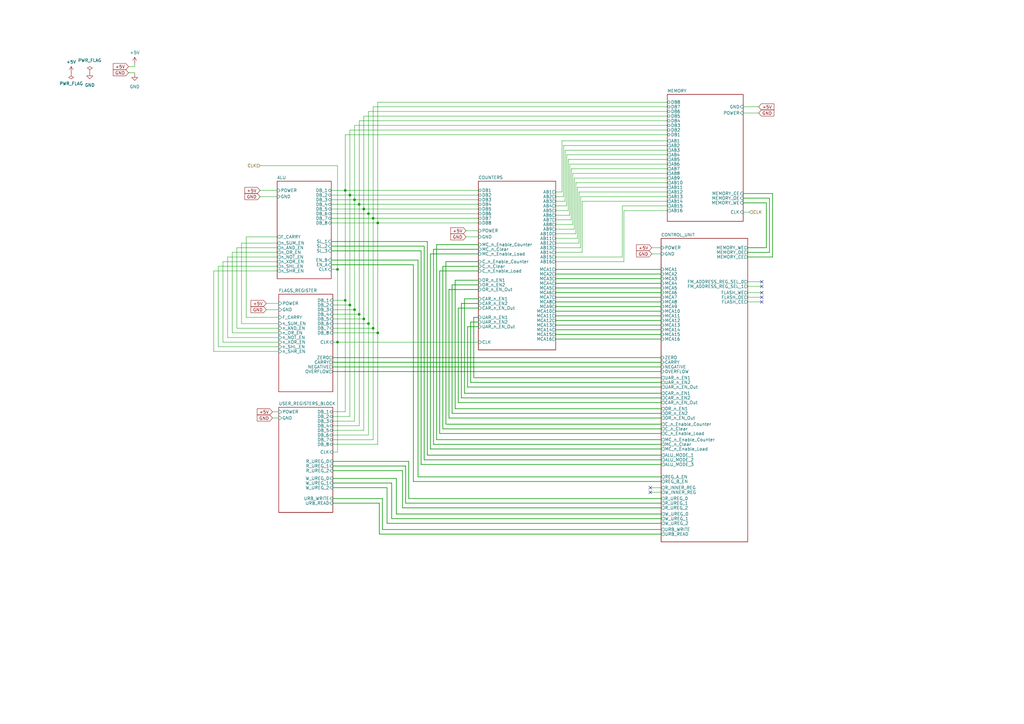
<source format=kicad_sch>
(kicad_sch (version 20230121) (generator eeschema)
  (paper "A3")
  (title_block (title "Схема электрическая \\n принципиальная \\n контроллера АСУ ") (comment 2 "Новак И.А."))
  (lib_symbols
    (symbol "power:+5V" (power) (pin_names (offset 0))
      (property "Value" "+5V" (at 0 3.556 0))
      (symbol "+5V_0_1"
        (polyline (pts (xy -0.762 1.27) (xy 0 2.54)))
        (polyline (pts (xy 0 0) (xy 0 2.54)))
        (polyline (pts (xy 0 2.54) (xy 0.762 1.27)))
      )
      (symbol "+5V_1_1"
        (pin power_in line (at 0 0 90) (length 0) hide (name "+5V") (number "1"))
      )
    )
    (symbol "power:GND" (power) (pin_names (offset 0))
      (property "Value" "GND" (at 0 -3.81 0))
      (symbol "GND_0_1"
        (polyline (pts (xy 0 0) (xy 0 -1.27) (xy 1.27 -1.27) (xy 0 -2.54) (xy -1.27 -1.27) (xy 0 -1.27)))
      )
      (symbol "GND_1_1"
        (pin power_in line (at 0 0 270) (length 0) hide (name "GND") (number "1"))
      )
    )
    (symbol "power:PWR_FLAG" (power) (pin_numbers hide) (pin_names (offset 0) hide)
      (property "Value" "PWR_FLAG" (at 0 3.81 0))
      (symbol "PWR_FLAG_0_0"
        (pin power_out line (at 0 0 90) (length 0) (name "pwr") (number "1"))
      )
      (symbol "PWR_FLAG_0_1"
        (polyline (pts (xy 0 0) (xy 0 1.27) (xy -1.016 1.905) (xy 0 2.54) (xy 1.016 1.905) (xy 0 1.27)))
      )
    )
  )
  (junction (at 154.94 91.44))
  (junction (at 141.605 78.105))
  (junction (at 143.51 80.01))
  (junction (at 147.32 83.82))
  (junction (at 138.43 140.335))
  (junction (at 143.51 125.095))
  (junction (at 149.225 130.81))
  (junction (at 154.94 136.525))
  (junction (at 147.32 128.905))
  (junction (at 145.415 127))
  (junction (at 138.43 110.49))
  (junction (at 149.225 85.725))
  (junction (at 153.035 134.62))
  (junction (at 141.605 123.19))
  (junction (at 151.13 87.63))
  (junction (at 153.035 89.535))
  (junction (at 145.415 81.915))
  (junction (at 151.13 132.715))
  (no_connect (at 312.42 120.015))
  (no_connect (at 312.42 121.92))
  (no_connect (at 266.7 201.93))
  (no_connect (at 312.42 115.57))
  (no_connect (at 266.7 200.025))
  (no_connect (at 312.42 123.825))
  (no_connect (at 312.42 117.475))
  (wire (pts (xy 136.525 150.495) (xy 271.145 150.495)) (stroke (width 0.25)))
  (wire (pts (xy 255.27 105.41) (xy 255.27 84.455)))
  (wire (pts (xy 145.415 51.435) (xy 145.415 81.915)))
  (wire (pts (xy 273.685 51.435) (xy 145.415 51.435)))
  (wire (pts (xy 149.225 85.725) (xy 135.89 85.725)))
  (wire (pts (xy 185.42 169.545) (xy 271.145 169.545)) (stroke (width 0.25)))
  (wire (pts (xy 171.45 195.58) (xy 171.45 106.68)) (stroke (width 0.25)))
  (wire (pts (xy 151.13 87.63) (xy 135.89 87.63)))
  (wire (pts (xy 135.89 78.105) (xy 141.605 78.105)))
  (wire (pts (xy 255.27 84.455) (xy 273.685 84.455)))
  (wire (pts (xy 145.415 81.915) (xy 196.215 81.915)))
  (wire (pts (xy 114.3 136.525) (xy 95.25 136.525)))
  (wire (pts (xy 227.965 103.505) (xy 238.76 103.505)))
  (wire (pts (xy 304.8 83.185) (xy 314.325 83.185)) (stroke (width 0.25)))
  (wire (pts (xy 149.225 47.625) (xy 149.225 85.725)))
  (wire (pts (xy 169.545 108.585) (xy 135.89 108.585)) (stroke (width 0.25)))
  (wire (pts (xy 231.775 82.55) (xy 231.775 61.595)))
  (wire (pts (xy 306.705 117.475) (xy 312.42 117.475)))
  (wire (pts (xy 141.605 78.105) (xy 196.215 78.105)))
  (wire (pts (xy 273.685 49.53) (xy 147.32 49.53)))
  (wire (pts (xy 138.43 140.335) (xy 138.43 110.49)))
  (wire (pts (xy 136.525 180.34) (xy 153.035 180.34)))
  (wire (pts (xy 143.51 80.01) (xy 135.89 80.01)))
  (wire (pts (xy 230.505 78.74) (xy 230.505 57.785)))
  (wire (pts (xy 231.14 80.645) (xy 231.14 59.69)))
  (wire (pts (xy 180.34 111.125) (xy 196.215 111.125)) (stroke (width 0.25)))
  (wire (pts (xy 182.88 107.315) (xy 196.215 107.315)) (stroke (width 0.25)))
  (wire (pts (xy 136.525 125.095) (xy 143.51 125.095)))
  (wire (pts (xy 231.14 59.69) (xy 273.685 59.69)))
  (wire (pts (xy 227.965 125.73) (xy 271.145 125.73)) (stroke (width 0.25)))
  (wire (pts (xy 138.43 140.335) (xy 196.215 140.335)))
  (wire (pts (xy 234.315 69.215) (xy 273.685 69.215)))
  (wire (pts (xy 145.415 172.72) (xy 145.415 127)))
  (wire (pts (xy 231.775 61.595) (xy 273.685 61.595)))
  (wire (pts (xy 191.135 97.155) (xy 196.215 97.155)))
  (wire (pts (xy 233.045 65.405) (xy 273.685 65.405)))
  (wire (pts (xy 99.06 132.715) (xy 99.06 99.695)))
  (wire (pts (xy 151.13 132.715) (xy 151.13 87.63)))
  (wire (pts (xy 136.525 168.91) (xy 141.605 168.91)))
  (wire (pts (xy 156.845 204.47) (xy 156.845 217.17)) (stroke (width 0.25)))
  (wire (pts (xy 147.32 49.53) (xy 147.32 83.82)))
  (wire (pts (xy 95.25 136.525) (xy 95.25 103.505)))
  (wire (pts (xy 165.1 208.28) (xy 271.145 208.28)) (stroke (width 0.25)))
  (wire (pts (xy 236.22 95.885) (xy 236.22 74.93)))
  (wire (pts (xy 184.15 171.45) (xy 184.15 118.745)) (stroke (width 0.25)))
  (wire (pts (xy 91.44 107.315) (xy 113.665 107.315)))
  (wire (pts (xy 93.345 138.43) (xy 93.345 105.41)))
  (wire (pts (xy 179.07 100.33) (xy 196.215 100.33)) (stroke (width 0.25)))
  (wire (pts (xy 145.415 127) (xy 145.415 81.915)))
  (wire (pts (xy 173.99 100.965) (xy 135.89 100.965)) (stroke (width 0.25)))
  (wire (pts (xy 167.64 204.47) (xy 271.145 204.47)) (stroke (width 0.25)))
  (wire (pts (xy 306.705 105.41) (xy 316.865 105.41)) (stroke (width 0.25)))
  (wire (pts (xy 154.94 136.525) (xy 154.94 91.44)))
  (wire (pts (xy 234.95 71.12) (xy 273.685 71.12)))
  (wire (pts (xy 227.965 129.54) (xy 271.145 129.54)) (stroke (width 0.25)))
  (wire (pts (xy 166.37 191.135) (xy 136.525 191.135)) (stroke (width 0.25)))
  (wire (pts (xy 306.705 101.6) (xy 314.325 101.6)) (stroke (width 0.25)))
  (wire (pts (xy 153.035 89.535) (xy 196.215 89.535)))
  (wire (pts (xy 151.13 178.435) (xy 151.13 132.715)))
  (wire (pts (xy 171.45 195.58) (xy 271.145 195.58)) (stroke (width 0.25)))
  (wire (pts (xy 266.7 200.025) (xy 271.145 200.025)))
  (wire (pts (xy 154.94 41.91) (xy 154.94 91.44)))
  (wire (pts (xy 99.06 99.695) (xy 113.665 99.695)))
  (wire (pts (xy 136.525 185.42) (xy 138.43 185.42)))
  (wire (pts (xy 227.965 123.825) (xy 271.145 123.825)) (stroke (width 0.25)))
  (wire (pts (xy 177.8 102.235) (xy 196.215 102.235)) (stroke (width 0.25)))
  (wire (pts (xy 136.525 123.19) (xy 141.605 123.19)))
  (wire (pts (xy 165.1 208.28) (xy 165.1 193.04)) (stroke (width 0.25)))
  (wire (pts (xy 315.595 103.505) (xy 315.595 81.28)) (stroke (width 0.25)))
  (wire (pts (xy 233.045 86.36) (xy 233.045 65.405)))
  (wire (pts (xy 235.585 93.98) (xy 235.585 73.025)))
  (wire (pts (xy 227.965 99.695) (xy 237.49 99.695)))
  (wire (pts (xy 87.63 144.145) (xy 87.63 111.125)))
  (wire (pts (xy 176.53 184.15) (xy 176.53 104.14)) (stroke (width 0.25)))
  (wire (pts (xy 106.68 78.105) (xy 113.665 78.105)))
  (wire (pts (xy 55.245 29.845) (xy 52.705 29.845)))
  (wire (pts (xy 156.845 204.47) (xy 136.525 204.47)) (stroke (width 0.25)))
  (wire (pts (xy 227.965 86.36) (xy 233.045 86.36)))
  (wire (pts (xy 227.965 80.645) (xy 231.14 80.645)))
  (wire (pts (xy 227.965 78.74) (xy 230.505 78.74)))
  (wire (pts (xy 160.655 212.725) (xy 271.145 212.725)) (stroke (width 0.25)))
  (wire (pts (xy 149.225 130.81) (xy 149.225 85.725)))
  (wire (pts (xy 169.545 197.485) (xy 169.545 108.585)) (stroke (width 0.25)))
  (wire (pts (xy 187.96 165.1) (xy 187.96 126.365)) (stroke (width 0.25)))
  (wire (pts (xy 273.685 47.625) (xy 149.225 47.625)))
  (wire (pts (xy 155.575 219.075) (xy 271.145 219.075)) (stroke (width 0.25)))
  (wire (pts (xy 232.41 84.455) (xy 232.41 63.5)))
  (wire (pts (xy 154.94 91.44) (xy 196.215 91.44)))
  (wire (pts (xy 114.3 138.43) (xy 93.345 138.43)))
  (wire (pts (xy 136.525 146.685) (xy 271.145 146.685)) (stroke (width 0.25)))
  (wire (pts (xy 306.705 115.57) (xy 312.42 115.57)))
  (wire (pts (xy 227.965 97.79) (xy 236.855 97.79)))
  (wire (pts (xy 267.335 101.6) (xy 271.145 101.6)))
  (wire (pts (xy 316.865 79.375) (xy 304.8 79.375)) (stroke (width 0.25)))
  (wire (pts (xy 235.585 73.025) (xy 273.685 73.025)))
  (wire (pts (xy 227.965 135.255) (xy 271.145 135.255)) (stroke (width 0.25)))
  (wire (pts (xy 267.335 104.14) (xy 271.145 104.14)))
  (wire (pts (xy 100.965 130.175) (xy 100.965 97.155)))
  (wire (pts (xy 227.965 105.41) (xy 255.27 105.41)))
  (wire (pts (xy 227.965 107.315) (xy 255.905 107.315)))
  (wire (pts (xy 227.965 84.455) (xy 232.41 84.455)))
  (wire (pts (xy 266.7 201.93) (xy 271.145 201.93)))
  (wire (pts (xy 234.95 92.075) (xy 234.95 71.12)))
  (wire (pts (xy 227.965 121.92) (xy 271.145 121.92)) (stroke (width 0.25)))
  (wire (pts (xy 186.69 167.64) (xy 271.145 167.64)) (stroke (width 0.25)))
  (wire (pts (xy 179.07 180.34) (xy 271.145 180.34)) (stroke (width 0.25)))
  (wire (pts (xy 193.04 156.845) (xy 271.145 156.845)) (stroke (width 0.25)))
  (wire (pts (xy 136.525 134.62) (xy 153.035 134.62)))
  (wire (pts (xy 136.525 170.815) (xy 143.51 170.815)))
  (wire (pts (xy 136.525 140.335) (xy 138.43 140.335)))
  (wire (pts (xy 187.96 165.1) (xy 271.145 165.1)) (stroke (width 0.25)))
  (wire (pts (xy 138.43 110.49) (xy 135.89 110.49)))
  (wire (pts (xy 147.32 174.625) (xy 147.32 128.905)))
  (wire (pts (xy 189.23 124.46) (xy 196.215 124.46)) (stroke (width 0.25)))
  (wire (pts (xy 191.77 158.75) (xy 191.77 133.985)) (stroke (width 0.25)))
  (wire (pts (xy 227.965 110.49) (xy 271.145 110.49)) (stroke (width 0.25)))
  (wire (pts (xy 167.64 204.47) (xy 167.64 189.23)) (stroke (width 0.25)))
  (wire (pts (xy 173.99 188.595) (xy 271.145 188.595)) (stroke (width 0.25)))
  (wire (pts (xy 233.68 67.31) (xy 273.685 67.31)))
  (wire (pts (xy 135.89 83.82) (xy 147.32 83.82)))
  (wire (pts (xy 154.94 182.245) (xy 154.94 136.525)))
  (wire (pts (xy 138.43 185.42) (xy 138.43 140.335)))
  (wire (pts (xy 181.61 175.895) (xy 181.61 109.22)) (stroke (width 0.25)))
  (wire (pts (xy 193.04 132.08) (xy 196.215 132.08)) (stroke (width 0.25)))
  (wire (pts (xy 114.3 130.175) (xy 100.965 130.175)))
  (wire (pts (xy 227.965 90.17) (xy 234.315 90.17)))
  (wire (pts (xy 273.685 45.72) (xy 151.13 45.72)))
  (wire (pts (xy 233.68 88.265) (xy 233.68 67.31)))
  (wire (pts (xy 149.225 176.53) (xy 149.225 130.81)))
  (wire (pts (xy 227.965 139.065) (xy 271.145 139.065)) (stroke (width 0.25)))
  (wire (pts (xy 273.685 53.34) (xy 143.51 53.34)))
  (wire (pts (xy 236.22 74.93) (xy 273.685 74.93)))
  (wire (pts (xy 172.72 190.5) (xy 271.145 190.5)) (stroke (width 0.25)))
  (wire (pts (xy 162.56 210.82) (xy 162.56 196.215)) (stroke (width 0.25)))
  (wire (pts (xy 227.965 133.35) (xy 271.145 133.35)) (stroke (width 0.25)))
  (wire (pts (xy 158.75 214.63) (xy 158.75 200.025)) (stroke (width 0.25)))
  (wire (pts (xy 193.04 156.845) (xy 193.04 132.08)) (stroke (width 0.25)))
  (wire (pts (xy 175.26 186.69) (xy 175.26 99.06)) (stroke (width 0.25)))
  (wire (pts (xy 109.22 127) (xy 114.3 127)))
  (wire (pts (xy 114.3 142.24) (xy 89.535 142.24)))
  (wire (pts (xy 255.905 86.36) (xy 273.685 86.36)))
  (wire (pts (xy 179.07 180.34) (xy 179.07 100.33)) (stroke (width 0.25)))
  (wire (pts (xy 255.905 107.315) (xy 255.905 86.36)))
  (wire (pts (xy 172.72 190.5) (xy 172.72 102.87)) (stroke (width 0.25)))
  (wire (pts (xy 184.15 171.45) (xy 271.145 171.45)) (stroke (width 0.25)))
  (wire (pts (xy 273.685 55.245) (xy 141.605 55.245)))
  (wire (pts (xy 97.155 101.6) (xy 113.665 101.6)))
  (wire (pts (xy 106.68 67.945) (xy 138.43 67.945)))
  (wire (pts (xy 316.865 105.41) (xy 316.865 79.375)) (stroke (width 0.25)))
  (wire (pts (xy 166.37 206.375) (xy 271.145 206.375)) (stroke (width 0.25)))
  (wire (pts (xy 153.035 89.535) (xy 153.035 134.62)))
  (wire (pts (xy 114.3 140.335) (xy 91.44 140.335)))
  (wire (pts (xy 147.32 83.82) (xy 196.215 83.82)))
  (wire (pts (xy 185.42 116.84) (xy 196.215 116.84)) (stroke (width 0.25)))
  (wire (pts (xy 136.525 130.81) (xy 149.225 130.81)))
  (wire (pts (xy 189.23 163.195) (xy 189.23 124.46)) (stroke (width 0.25)))
  (wire (pts (xy 160.655 212.725) (xy 160.655 198.12)) (stroke (width 0.25)))
  (wire (pts (xy 227.965 127.635) (xy 271.145 127.635)) (stroke (width 0.25)))
  (wire (pts (xy 55.245 26.035) (xy 55.245 27.305)))
  (wire (pts (xy 149.225 85.725) (xy 196.215 85.725)))
  (wire (pts (xy 306.705 121.92) (xy 312.42 121.92)))
  (wire (pts (xy 177.8 182.245) (xy 271.145 182.245)) (stroke (width 0.25)))
  (wire (pts (xy 271.145 154.94) (xy 194.31 154.94)) (stroke (width 0.25)))
  (wire (pts (xy 136.525 136.525) (xy 154.94 136.525)))
  (wire (pts (xy 180.34 177.8) (xy 271.145 177.8)) (stroke (width 0.25)))
  (wire (pts (xy 136.525 176.53) (xy 149.225 176.53)))
  (wire (pts (xy 187.96 126.365) (xy 196.215 126.365)) (stroke (width 0.25)))
  (wire (pts (xy 143.51 125.095) (xy 143.51 80.01)))
  (wire (pts (xy 175.26 186.69) (xy 271.145 186.69)) (stroke (width 0.25)))
  (wire (pts (xy 177.8 182.245) (xy 177.8 102.235)) (stroke (width 0.25)))
  (wire (pts (xy 155.575 219.075) (xy 155.575 206.375)) (stroke (width 0.25)))
  (wire (pts (xy 190.5 122.555) (xy 196.215 122.555)) (stroke (width 0.25)))
  (wire (pts (xy 172.72 102.87) (xy 135.89 102.87)) (stroke (width 0.25)))
  (wire (pts (xy 180.34 177.8) (xy 180.34 111.125)) (stroke (width 0.25)))
  (wire (pts (xy 176.53 184.15) (xy 271.145 184.15)) (stroke (width 0.25)))
  (wire (pts (xy 227.965 92.075) (xy 234.95 92.075)))
  (wire (pts (xy 158.75 214.63) (xy 271.145 214.63)) (stroke (width 0.25)))
  (wire (pts (xy 227.965 131.445) (xy 271.145 131.445)) (stroke (width 0.25)))
  (wire (pts (xy 151.13 87.63) (xy 196.215 87.63)))
  (wire (pts (xy 153.035 180.34) (xy 153.035 134.62)))
  (wire (pts (xy 186.69 167.64) (xy 186.69 114.935)) (stroke (width 0.25)))
  (wire (pts (xy 238.125 101.6) (xy 238.125 80.645)))
  (wire (pts (xy 89.535 109.22) (xy 113.665 109.22)))
  (wire (pts (xy 151.13 45.72) (xy 151.13 87.63)))
  (wire (pts (xy 184.15 118.745) (xy 196.215 118.745)) (stroke (width 0.25)))
  (wire (pts (xy 230.505 57.785) (xy 273.685 57.785)))
  (wire (pts (xy 237.49 78.74) (xy 273.685 78.74)))
  (wire (pts (xy 182.88 173.99) (xy 182.88 107.315)) (stroke (width 0.25)))
  (wire (pts (xy 234.315 90.17) (xy 234.315 69.215)))
  (wire (pts (xy 314.325 101.6) (xy 314.325 83.185)) (stroke (width 0.25)))
  (wire (pts (xy 227.965 88.265) (xy 233.68 88.265)))
  (wire (pts (xy 55.245 30.48) (xy 55.245 29.845)))
  (wire (pts (xy 153.035 89.535) (xy 135.89 89.535)))
  (wire (pts (xy 227.965 93.98) (xy 235.585 93.98)))
  (wire (pts (xy 136.525 172.72) (xy 145.415 172.72)))
  (wire (pts (xy 100.965 97.155) (xy 113.665 97.155)))
  (wire (pts (xy 227.965 118.11) (xy 271.145 118.11)) (stroke (width 0.25)))
  (wire (pts (xy 273.685 43.815) (xy 153.035 43.815)))
  (wire (pts (xy 147.32 128.905) (xy 147.32 83.82)))
  (wire (pts (xy 91.44 140.335) (xy 91.44 107.315)))
  (wire (pts (xy 173.99 188.595) (xy 173.99 100.965)) (stroke (width 0.25)))
  (wire (pts (xy 136.525 152.4) (xy 271.145 152.4)) (stroke (width 0.25)))
  (wire (pts (xy 136.525 127) (xy 145.415 127)))
  (wire (pts (xy 143.51 80.01) (xy 196.215 80.01)))
  (wire (pts (xy 97.155 134.62) (xy 97.155 101.6)))
  (wire (pts (xy 143.51 53.34) (xy 143.51 80.01)))
  (wire (pts (xy 138.43 110.49) (xy 138.43 67.945)))
  (wire (pts (xy 136.525 174.625) (xy 147.32 174.625)))
  (wire (pts (xy 109.22 124.46) (xy 114.3 124.46)))
  (wire (pts (xy 136.525 128.905) (xy 147.32 128.905)))
  (wire (pts (xy 190.5 161.29) (xy 271.145 161.29)) (stroke (width 0.25)))
  (wire (pts (xy 237.49 99.695) (xy 237.49 78.74)))
  (wire (pts (xy 236.855 97.79) (xy 236.855 76.835)))
  (wire (pts (xy 158.75 200.025) (xy 136.525 200.025)) (stroke (width 0.25)))
  (wire (pts (xy 191.135 94.615) (xy 196.215 94.615)))
  (wire (pts (xy 167.64 189.23) (xy 136.525 189.23)) (stroke (width 0.25)))
  (wire (pts (xy 191.77 158.75) (xy 271.145 158.75)) (stroke (width 0.25)))
  (wire (pts (xy 165.1 193.04) (xy 136.525 193.04)) (stroke (width 0.25)))
  (wire (pts (xy 191.77 133.985) (xy 196.215 133.985)) (stroke (width 0.25)))
  (wire (pts (xy 87.63 111.125) (xy 113.665 111.125)))
  (wire (pts (xy 111.76 171.45) (xy 114.3 171.45)))
  (wire (pts (xy 238.125 80.645) (xy 273.685 80.645)))
  (wire (pts (xy 236.855 76.835) (xy 273.685 76.835)))
  (wire (pts (xy 227.965 101.6) (xy 238.125 101.6)))
  (wire (pts (xy 176.53 104.14) (xy 196.215 104.14)) (stroke (width 0.25)))
  (wire (pts (xy 114.3 132.715) (xy 99.06 132.715)))
  (wire (pts (xy 181.61 175.895) (xy 271.145 175.895)) (stroke (width 0.25)))
  (wire (pts (xy 306.705 120.015) (xy 312.42 120.015)))
  (wire (pts (xy 227.965 116.205) (xy 271.145 116.205)) (stroke (width 0.25)))
  (wire (pts (xy 304.8 86.995) (xy 307.34 86.995)))
  (wire (pts (xy 227.965 112.395) (xy 271.145 112.395)) (stroke (width 0.25)))
  (wire (pts (xy 136.525 148.59) (xy 271.145 148.59)) (stroke (width 0.25)))
  (wire (pts (xy 162.56 196.215) (xy 136.525 196.215)) (stroke (width 0.25)))
  (wire (pts (xy 306.705 123.825) (xy 312.42 123.825)))
  (wire (pts (xy 141.605 123.19) (xy 141.605 168.91)))
  (wire (pts (xy 304.8 46.355) (xy 311.15 46.355)))
  (wire (pts (xy 155.575 206.375) (xy 136.525 206.375)) (stroke (width 0.25)))
  (wire (pts (xy 238.76 82.55) (xy 273.685 82.55)))
  (wire (pts (xy 153.035 43.815) (xy 153.035 89.535)))
  (wire (pts (xy 89.535 142.24) (xy 89.535 109.22)))
  (wire (pts (xy 154.94 91.44) (xy 135.89 91.44)))
  (wire (pts (xy 114.3 144.145) (xy 87.63 144.145)))
  (wire (pts (xy 181.61 109.22) (xy 196.215 109.22)) (stroke (width 0.25)))
  (wire (pts (xy 232.41 63.5) (xy 273.685 63.5)))
  (wire (pts (xy 182.88 173.99) (xy 271.145 173.99)) (stroke (width 0.25)))
  (wire (pts (xy 315.595 81.28) (xy 304.8 81.28)) (stroke (width 0.25)))
  (wire (pts (xy 145.415 81.915) (xy 135.89 81.915)))
  (wire (pts (xy 194.31 154.94) (xy 194.31 130.175)) (stroke (width 0.25)))
  (wire (pts (xy 166.37 206.375) (xy 166.37 191.135)) (stroke (width 0.25)))
  (wire (pts (xy 227.965 82.55) (xy 231.775 82.55)))
  (wire (pts (xy 143.51 170.815) (xy 143.51 125.095)))
  (wire (pts (xy 169.545 197.485) (xy 271.145 197.485)) (stroke (width 0.25)))
  (wire (pts (xy 190.5 161.29) (xy 190.5 122.555)) (stroke (width 0.25)))
  (wire (pts (xy 114.3 134.62) (xy 97.155 134.62)))
  (wire (pts (xy 227.965 95.885) (xy 236.22 95.885)))
  (wire (pts (xy 227.965 137.16) (xy 271.145 137.16)) (stroke (width 0.25)))
  (wire (pts (xy 141.605 78.105) (xy 141.605 123.19)))
  (wire (pts (xy 186.69 114.935) (xy 196.215 114.935)) (stroke (width 0.25)))
  (wire (pts (xy 189.23 163.195) (xy 271.145 163.195)) (stroke (width 0.25)))
  (wire (pts (xy 141.605 55.245) (xy 141.605 78.105)))
  (wire (pts (xy 136.525 182.245) (xy 154.94 182.245)))
  (wire (pts (xy 227.965 114.3) (xy 271.145 114.3)) (stroke (width 0.25)))
  (wire (pts (xy 227.965 120.015) (xy 271.145 120.015)) (stroke (width 0.25)))
  (wire (pts (xy 273.685 41.91) (xy 154.94 41.91)))
  (wire (pts (xy 52.705 27.305) (xy 55.245 27.305)))
  (wire (pts (xy 175.26 99.06) (xy 135.89 99.06)) (stroke (width 0.25)))
  (wire (pts (xy 306.705 103.505) (xy 315.595 103.505)) (stroke (width 0.25)))
  (wire (pts (xy 111.76 168.91) (xy 114.3 168.91)))
  (wire (pts (xy 156.845 217.17) (xy 271.145 217.17)) (stroke (width 0.25)))
  (wire (pts (xy 238.76 103.505) (xy 238.76 82.55)))
  (wire (pts (xy 106.68 80.645) (xy 113.665 80.645)))
  (wire (pts (xy 194.31 130.175) (xy 196.215 130.175)) (stroke (width 0.25)))
  (wire (pts (xy 185.42 169.545) (xy 185.42 116.84)) (stroke (width 0.25)))
  (wire (pts (xy 93.345 105.41) (xy 113.665 105.41)))
  (wire (pts (xy 136.525 178.435) (xy 151.13 178.435)))
  (wire (pts (xy 160.655 198.12) (xy 136.525 198.12)) (stroke (width 0.25)))
  (wire (pts (xy 171.45 106.68) (xy 135.89 106.68)) (stroke (width 0.25)))
  (wire (pts (xy 304.8 43.815) (xy 311.15 43.815)))
  (wire (pts (xy 162.56 210.82) (xy 271.145 210.82)) (stroke (width 0.25)))
  (wire (pts (xy 95.25 103.505) (xy 113.665 103.505)))
  (wire (pts (xy 136.525 132.715) (xy 151.13 132.715)))
  (global_label "GND" (shape input) (at 111.76 171.45 180) (property "Intersheetrefs" "${INTERSHEET_REFS}" (effects hide)))
  (global_label "+5V" (shape input) (at 106.68 78.105 180) (property "Intersheetrefs" "${INTERSHEET_REFS}" (effects hide)))
  (global_label "+5V" (shape input) (at 111.76 168.91 180) (property "Intersheetrefs" "${INTERSHEET_REFS}" (effects hide)))
  (global_label "+5V" (shape input) (at 52.705 27.305 180) (property "Intersheetrefs" "${INTERSHEET_REFS}" (effects hide)))
  (global_label "GND" (shape input) (at 52.705 29.845 180) (property "Intersheetrefs" "${INTERSHEET_REFS}" (effects hide)))
  (global_label "GND" (shape input) (at 109.22 127 180) (property "Intersheetrefs" "${INTERSHEET_REFS}" (effects hide)))
  (global_label "+5V" (shape input) (at 267.335 101.6 180) (property "Intersheetrefs" "${INTERSHEET_REFS}" (effects hide)))
  (global_label "GND" (shape input) (at 106.68 80.645 180) (property "Intersheetrefs" "${INTERSHEET_REFS}" (effects hide)))
  (global_label "GND" (shape input) (at 311.15 46.355 0) (property "Intersheetrefs" "${INTERSHEET_REFS}" (effects hide)))
  (global_label "+5V" (shape input) (at 191.135 94.615 180) (property "Intersheetrefs" "${INTERSHEET_REFS}" (effects hide)))
  (global_label "+5V" (shape input) (at 311.15 43.815 0) (property "Intersheetrefs" "${INTERSHEET_REFS}" (effects hide)))
  (global_label "+5V" (shape input) (at 109.22 124.46 180) (property "Intersheetrefs" "${INTERSHEET_REFS}" (effects hide)))
  (global_label "GND" (shape input) (at 191.135 97.155 180) (property "Intersheetrefs" "${INTERSHEET_REFS}" (effects hide)))
  (global_label "GND" (shape input) (at 267.335 104.14 180) (property "Intersheetrefs" "${INTERSHEET_REFS}" (effects hide)))
  (hierarchical_label "CLK" (shape input) (at 106.68 67.945 180))
  (hierarchical_label "CLK" (shape input) (at 307.34 86.995 0))
  (symbol (lib_id "power:+5V") (at 29.21 29.845 0) (unit 1)
    (property "Reference" "#PWR01" (effects hide))
    (property "Value" "+5V" (at 29.21 25.4 0))
  )
  (symbol (lib_id "power:+5V") (at 55.245 26.035 0) (unit 1)
    (property "Reference" "#PWR05" (effects hide))
    (property "Value" "+5V" (at 55.245 21.59 0))
  )
  (symbol (lib_id "power:GND") (at 36.83 29.845 0) (unit 1)
    (property "Reference" "#PWR02" (effects hide))
    (property "Value" "GND" (at 36.83 34.925 0))
  )
  (symbol (lib_id "power:GND") (at 55.245 30.48 0) (unit 1)
    (property "Reference" "#PWR06" (effects hide))
    (property "Value" "GND" (at 55.245 35.56 0))
  )
  (symbol (lib_id "power:PWR_FLAG") (at 29.21 29.845 180) (unit 1)
    (property "Reference" "#FLG02" (effects hide))
    (property "Value" "PWR_FLAG" (at 29.21 34.29 0))
  )
  (symbol (lib_id "power:PWR_FLAG") (at 36.83 29.845 0) (unit 1)
    (property "Reference" "#FLG01" (effects hide))
    (property "Value" "PWR_FLAG" (at 36.83 24.765 0))
  )
  (sheet (at 271.145 97.79) (size 35.56 124.46) (stroke (width 0.1524))
    (property "Sheetname" "CONTROL_UNIT" (at 271.145 97.0784 0) (effects (justify left bottom)))
    (property "Sheetfile" "control_unit.kicad_sch" (effects hide))
    (pin "CAR_n_EN1" output (at 271.145 161.29 180))
    (pin "CAR_n_EN2" output (at 271.145 163.195 180))
    (pin "MC_n_Clear" output (at 271.145 182.245 180))
    (pin "MC_n_Enable_Counter" output (at 271.145 180.34 180))
    (pin "CAR_n_EN_Out" output (at 271.145 165.1 180))
    (pin "W_UREG_0" output (at 271.145 210.82 180))
    (pin "MC_n_Enable_Load" output (at 271.145 184.15 180))
    (pin "C_n_Clear" output (at 271.145 175.895 180))
    (pin "C_n_Enable_Load" output (at 271.145 177.8 180))
    (pin "C_n_Enable_Counter" output (at 271.145 173.99 180))
    (pin "MEMORY_WE" output (at 306.705 101.6 0))
    (pin "R_INNER_REG" output (at 271.145 200.025 180))
    (pin "W_INNER_REG" output (at 271.145 201.93 180))
    (pin "URB_WRITE" output (at 271.145 217.17 180))
    (pin "MEMORY_OE" output (at 306.705 103.505 0))
    (pin "W_UREG_2" output (at 271.145 214.63 180))
    (pin "R_UREG_2" output (at 271.145 208.28 180))
    (pin "R_UREG_0" output (at 271.145 204.47 180))
    (pin "R_UREG_1" output (at 271.145 206.375 180))
    (pin "URB_READ" output (at 271.145 219.075 180))
    (pin "W_UREG_1" output (at 271.145 212.725 180))
    (pin "ALU_MODE_2" output (at 271.145 188.595 180))
    (pin "FM_ADDRESS_REG_SEL_0" output (at 306.705 115.57 0))
    (pin "REG_B_EN" output (at 271.145 197.485 180))
    (pin "FM_ADDRESS_REG_SEL_1" output (at 306.705 117.475 0))
    (pin "ALU_MODE_1" output (at 271.145 186.69 180))
    (pin "REG_A_EN" output (at 271.145 195.58 180))
    (pin "ALU_MODE_3" output (at 271.145 190.5 180))
    (pin "FLASH_OE" output (at 306.705 121.92 0))
    (pin "MEMORY_CE" output (at 306.705 105.41 0))
    (pin "FLASH_CE" output (at 306.705 123.825 0))
    (pin "FLASH_WE" output (at 306.705 120.015 0))
    (pin "MCA7" input (at 271.145 121.92 180))
    (pin "MCA9" input (at 271.145 125.73 180))
    (pin "MCA6" input (at 271.145 120.015 180))
    (pin "MCA8" input (at 271.145 123.825 180))
    (pin "MCA5" input (at 271.145 118.11 180))
    (pin "MCA2" input (at 271.145 112.395 180))
    (pin "MCA1" input (at 271.145 110.49 180))
    (pin "POWER" input (at 271.145 101.6 180))
    (pin "MCA4" input (at 271.145 116.205 180))
    (pin "MCA3" input (at 271.145 114.3 180))
    (pin "OVERFLOW" input (at 271.145 152.4 180))
    (pin "ZERO" input (at 271.145 146.685 180))
    (pin "NEGATIVE" input (at 271.145 150.495 180))
    (pin "GND" input (at 271.145 104.14 180))
    (pin "CARRY" input (at 271.145 148.59 180))
    (pin "OR_n_EN2" output (at 271.145 169.545 180))
    (pin "OR_n_EN_Out" output (at 271.145 171.45 180))
    (pin "UAR_n_EN1" output (at 271.145 154.94 180))
    (pin "UAR_n_EN_Out" output (at 271.145 158.75 180))
    (pin "UAR_n_EN2" output (at 271.145 156.845 180))
    (pin "OR_n_EN1" output (at 271.145 167.64 180))
    (pin "MCA16" input (at 271.145 139.065 180))
    (pin "MCA12" input (at 271.145 131.445 180))
    (pin "MCA15" input (at 271.145 137.16 180))
    (pin "MCA11" input (at 271.145 129.54 180))
    (pin "MCA10" input (at 271.145 127.635 180))
    (pin "MCA14" input (at 271.145 135.255 180))
    (pin "MCA13" input (at 271.145 133.35 180))
  )
  (sheet (at 114.3 167.005) (size 22.225 43.18) (stroke (width 0.1524))
    (property "Sheetname" "USER_REGISTERS_BLOCK" (at 114.3 166.2934 0) (effects (justify left bottom)))
    (property "Sheetfile" "user_registers_block.kicad_sch" (effects hide))
    (pin "DB_1" bidirectional (at 136.525 168.91 0))
    (pin "DB_2" bidirectional (at 136.525 170.815 0))
    (pin "DB_4" bidirectional (at 136.525 174.625 0))
    (pin "DB_3" bidirectional (at 136.525 172.72 0))
    (pin "CLK" input (at 136.525 185.42 0))
    (pin "DB_6" bidirectional (at 136.525 178.435 0))
    (pin "DB_5" bidirectional (at 136.525 176.53 0))
    (pin "DB_8" bidirectional (at 136.525 182.245 0))
    (pin "DB_7" bidirectional (at 136.525 180.34 0))
    (pin "R_UREG_2" input (at 136.525 193.04 0))
    (pin "URB_READ" input (at 136.525 206.375 0))
    (pin "URB_WRITE" input (at 136.525 204.47 0))
    (pin "R_UREG_1" input (at 136.525 191.135 0))
    (pin "R_UREG_0" input (at 136.525 189.23 0))
    (pin "W_UREG_1" input (at 136.525 198.12 0))
    (pin "W_UREG_0" input (at 136.525 196.215 0))
    (pin "W_UREG_2" input (at 136.525 200.025 0))
    (pin "POWER" input (at 114.3 168.91 180))
    (pin "GND" input (at 114.3 171.45 180))
  )
  (sheet (at 196.215 74.295) (size 31.75 69.215) (stroke (width 0.1524))
    (property "Sheetname" "COUNTERS" (at 196.215 73.5834 0) (effects (justify left bottom)))
    (property "Sheetfile" "counters.kicad_sch" (effects hide))
    (pin "POWER" input (at 196.215 94.615 180))
    (pin "DB1" bidirectional (at 196.215 78.105 180))
    (pin "DB2" bidirectional (at 196.215 80.01 180))
    (pin "DB3" bidirectional (at 196.215 81.915 180))
    (pin "GND" input (at 196.215 97.155 180))
    (pin "MCA1" output (at 227.965 110.49 0))
    (pin "MCA2" output (at 227.965 112.395 0))
    (pin "MCA3" output (at 227.965 114.3 0))
    (pin "MCA4" output (at 227.965 116.205 0))
    (pin "MCA5" output (at 227.965 118.11 0))
    (pin "MCA6" output (at 227.965 120.015 0))
    (pin "MCA7" output (at 227.965 121.92 0))
    (pin "MCA8" output (at 227.965 123.825 0))
    (pin "MCA9" output (at 227.965 125.73 0))
    (pin "MCA10" output (at 227.965 127.635 0))
    (pin "MCA11" output (at 227.965 129.54 0))
    (pin "DB4" bidirectional (at 196.215 83.82 180))
    (pin "DB6" bidirectional (at 196.215 87.63 180))
    (pin "DB8" bidirectional (at 196.215 91.44 180))
    (pin "DB5" bidirectional (at 196.215 85.725 180))
    (pin "DB7" bidirectional (at 196.215 89.535 180))
    (pin "AB4" output (at 227.965 84.455 0))
    (pin "AB5" output (at 227.965 86.36 0))
    (pin "AB9" output (at 227.965 93.98 0))
    (pin "AB7" output (at 227.965 90.17 0))
    (pin "AB8" output (at 227.965 92.075 0))
    (pin "AB6" output (at 227.965 88.265 0))
    (pin "AB3" output (at 227.965 82.55 0))
    (pin "C_n_Clear" input (at 196.215 109.22 180))
    (pin "MC_n_Enable_Load" input (at 196.215 104.14 180))
    (pin "OR_n_EN1" input (at 196.215 114.935 180))
    (pin "OR_n_EN_Out" input (at 196.215 118.745 180))
    (pin "OR_n_EN2" input (at 196.215 116.84 180))
    (pin "CLK" input (at 196.215 140.335 180))
    (pin "MC_n_Enable_Counter" input (at 196.215 100.33 180))
    (pin "MC_n_Clear" input (at 196.215 102.235 180))
    (pin "C_n_Enable_Counter" input (at 196.215 107.315 180))
    (pin "UAR_n_EN_Out" input (at 196.215 133.985 180))
    (pin "UAR_n_EN1" input (at 196.215 130.175 180))
    (pin "CAR_n_EN1" input (at 196.215 122.555 180))
    (pin "UAR_n_EN2" input (at 196.215 132.08 180))
    (pin "CAR_n_EN_Out" input (at 196.215 126.365 180))
    (pin "CAR_n_EN2" input (at 196.215 124.46 180))
    (pin "MCA14" output (at 227.965 135.255 0))
    (pin "MCA15" output (at 227.965 137.16 0))
    (pin "MCA12" output (at 227.965 131.445 0))
    (pin "MCA13" output (at 227.965 133.35 0))
    (pin "MCA16" output (at 227.965 139.065 0))
    (pin "AB2" output (at 227.965 80.645 0))
    (pin "AB1" output (at 227.965 78.74 0))
    (pin "AB13" output (at 227.965 101.6 0))
    (pin "AB11" output (at 227.965 97.79 0))
    (pin "AB15" output (at 227.965 105.41 0))
    (pin "AB10" output (at 227.965 95.885 0))
    (pin "AB16" output (at 227.965 107.315 0))
    (pin "AB12" output (at 227.965 99.695 0))
    (pin "AB14" output (at 227.965 103.505 0))
    (pin "C_n_Enable_Load" input (at 196.215 111.125 180))
  )
  (sheet (at 114.3 120.65) (size 22.225 40.005) (stroke (width 0.1524))
    (property "Sheetname" "FLAGS_REGISTER" (at 114.3 119.9384 0) (effects (justify left bottom)))
    (property "Sheetfile" "flags_register.kicad_sch" (effects hide))
    (pin "DB_3" input (at 136.525 127 0))
    (pin "DB_4" input (at 136.525 128.905 0))
    (pin "DB_2" input (at 136.525 125.095 0))
    (pin "DB_1" input (at 136.525 123.19 0))
    (pin "ZERO" output (at 136.525 146.685 0))
    (pin "CARRY" output (at 136.525 148.59 0))
    (pin "NEGATIVE" output (at 136.525 150.495 0))
    (pin "OVERFLOW" output (at 136.525 152.4 0))
    (pin "n_SUM_EN" input (at 114.3 132.715 180))
    (pin "n_OR_EN" input (at 114.3 136.525 180))
    (pin "n_AND_EN" input (at 114.3 134.62 180))
    (pin "F_CARRY" input (at 114.3 130.175 180))
    (pin "n_NOT_EN" input (at 114.3 138.43 180))
    (pin "n_XOR_EN" input (at 114.3 140.335 180))
    (pin "n_SHL_EN" input (at 114.3 142.24 180))
    (pin "n_SHR_EN" input (at 114.3 144.145 180))
    (pin "DB_6" input (at 136.525 132.715 0))
    (pin "DB_7" input (at 136.525 134.62 0))
    (pin "DB_5" input (at 136.525 130.81 0))
    (pin "DB_8" input (at 136.525 136.525 0))
    (pin "CLK" input (at 136.525 140.335 0))
    (pin "GND" input (at 114.3 127 180))
    (pin "POWER" input (at 114.3 124.46 180))
  )
  (sheet (at 113.665 74.295) (size 22.225 40.005) (stroke (width 0.1524))
    (property "Sheetname" "ALU" (at 113.665 73.5834 0) (effects (justify left bottom)))
    (property "Sheetfile" "alu.kicad_sch" (effects hide))
    (pin "DB_4" bidirectional (at 135.89 83.82 0))
    (pin "DB_1" bidirectional (at 135.89 78.105 0))
    (pin "DB_2" bidirectional (at 135.89 80.01 0))
    (pin "DB_3" bidirectional (at 135.89 81.915 0))
    (pin "DB_6" bidirectional (at 135.89 87.63 0))
    (pin "DB_5" bidirectional (at 135.89 85.725 0))
    (pin "DB_7" bidirectional (at 135.89 89.535 0))
    (pin "DB_8" bidirectional (at 135.89 91.44 0))
    (pin "EN_B" input (at 135.89 106.68 0))
    (pin "EN_A" input (at 135.89 108.585 0))
    (pin "POWER" input (at 113.665 78.105 180))
    (pin "CLK" input (at 135.89 110.49 0))
    (pin "SL_1" input (at 135.89 99.06 0))
    (pin "SL_2" input (at 135.89 100.965 0))
    (pin "GND" input (at 113.665 80.645 180))
    (pin "SL_3" input (at 135.89 102.87 0))
    (pin "F_CARRY" output (at 113.665 97.155 180))
    (pin "n_SUM_EN" output (at 113.665 99.695 180))
    (pin "n_SHR_EN" output (at 113.665 111.125 180))
    (pin "n_NOT_EN" output (at 113.665 105.41 180))
    (pin "n_XOR_EN" output (at 113.665 107.315 180))
    (pin "n_AND_EN" output (at 113.665 101.6 180))
    (pin "n_SHL_EN" output (at 113.665 109.22 180))
    (pin "n_OR_EN" output (at 113.665 103.505 180))
  )
  (sheet (at 273.685 38.735) (size 31.115 52.07) (stroke (width 0.1524))
    (property "Sheetname" "MEMORY" (at 273.685 38.0234 0) (effects (justify left bottom)))
    (property "Sheetfile" "memory.kicad_sch" (effects hide))
    (pin "DB8" bidirectional (at 273.685 41.91 180))
    (pin "MEMORY_OE" input (at 304.8 81.28 0))
    (pin "DB6" bidirectional (at 273.685 45.72 180))
    (pin "CLK" input (at 304.8 86.995 0))
    (pin "DB7" bidirectional (at 273.685 43.815 180))
    (pin "MEMORY_CE" input (at 304.8 79.375 0))
    (pin "MEMORY_WE" input (at 304.8 83.185 0))
    (pin "GND" input (at 304.8 43.815 0))
    (pin "AB13" output (at 273.685 80.645 180))
    (pin "AB14" output (at 273.685 82.55 180))
    (pin "AB16" output (at 273.685 86.36 180))
    (pin "AB12" output (at 273.685 78.74 180))
    (pin "AB15" output (at 273.685 84.455 180))
    (pin "AB7" output (at 273.685 69.215 180))
    (pin "AB11" output (at 273.685 76.835 180))
    (pin "AB8" output (at 273.685 71.12 180))
    (pin "AB6" output (at 273.685 67.31 180))
    (pin "AB9" output (at 273.685 73.025 180))
    (pin "AB10" output (at 273.685 74.93 180))
    (pin "DB4" bidirectional (at 273.685 49.53 180))
    (pin "DB3" bidirectional (at 273.685 51.435 180))
    (pin "POWER" input (at 304.8 46.355 0))
    (pin "DB5" bidirectional (at 273.685 47.625 180))
    (pin "DB1" bidirectional (at 273.685 55.245 180))
    (pin "DB2" bidirectional (at 273.685 53.34 180))
    (pin "AB3" output (at 273.685 61.595 180))
    (pin "AB5" output (at 273.685 65.405 180))
    (pin "AB2" output (at 273.685 59.69 180))
    (pin "AB1" output (at 273.685 57.785 180))
    (pin "AB4" output (at 273.685 63.5 180))
  )
)
</source>
